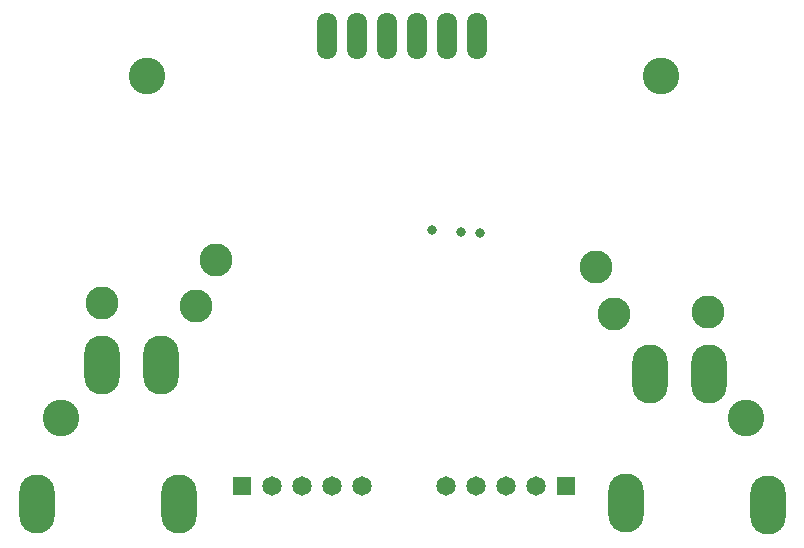
<source format=gbr>
%TF.GenerationSoftware,KiCad,Pcbnew,(5.1.10)-1*%
%TF.CreationDate,2021-11-03T13:15:42+05:30*%
%TF.ProjectId,Modbus_IO_Board,4d6f6462-7573-45f4-994f-5f426f617264,rev?*%
%TF.SameCoordinates,Original*%
%TF.FileFunction,Soldermask,Bot*%
%TF.FilePolarity,Negative*%
%FSLAX46Y46*%
G04 Gerber Fmt 4.6, Leading zero omitted, Abs format (unit mm)*
G04 Created by KiCad (PCBNEW (5.1.10)-1) date 2021-11-03 13:15:42*
%MOMM*%
%LPD*%
G01*
G04 APERTURE LIST*
%ADD10O,3.000000X5.000000*%
%ADD11C,2.800000*%
%ADD12C,0.800000*%
%ADD13C,3.100000*%
%ADD14R,1.650000X1.650000*%
%ADD15C,1.650000*%
%ADD16O,1.700000X4.000000*%
G04 APERTURE END LIST*
D10*
%TO.C,12V*%
X216590000Y-110980000D03*
%TD*%
%TO.C,12V*%
X175220000Y-110250000D03*
%TD*%
%TO.C,GND*%
X170220000Y-110240000D03*
%TD*%
%TO.C,GND*%
X221590000Y-110980000D03*
%TD*%
D11*
%TO.C,B*%
X179900000Y-101400000D03*
%TD*%
%TO.C,A*%
X178220000Y-105250000D03*
%TD*%
D10*
%TO.C,Z1*%
X226590000Y-122140000D03*
%TD*%
%TO.C,Z2*%
X214580000Y-121970000D03*
%TD*%
D11*
%TO.C,A*%
X213590000Y-105940000D03*
%TD*%
%TO.C,B*%
X212090000Y-101940000D03*
%TD*%
D12*
%TO.C,TP1*%
X200610000Y-99020000D03*
%TD*%
%TO.C,TP2*%
X202249200Y-99040000D03*
%TD*%
%TO.C,TP3*%
X198200000Y-98820000D03*
%TD*%
D13*
%TO.C,H1*%
X174010000Y-85760000D03*
%TD*%
%TO.C,H4*%
X224770000Y-114780000D03*
%TD*%
%TO.C,H3*%
X166760000Y-114780000D03*
%TD*%
%TO.C,H2*%
X217520000Y-85760000D03*
%TD*%
D11*
%TO.C,GND*%
X221550000Y-105770000D03*
%TD*%
%TO.C,GND*%
X170200000Y-105010000D03*
%TD*%
D14*
%TO.C,J3*%
X209490000Y-120500000D03*
D15*
X206950000Y-120500000D03*
X204410000Y-120500000D03*
X201870000Y-120500000D03*
X199330000Y-120500000D03*
%TD*%
D14*
%TO.C,J2*%
X182040000Y-120490000D03*
D15*
X184580000Y-120490000D03*
X187120000Y-120490000D03*
X189660000Y-120490000D03*
X192200000Y-120490000D03*
%TD*%
D10*
%TO.C,Z1*%
X176710000Y-122010000D03*
%TD*%
%TO.C,Z2*%
X164710000Y-122010000D03*
%TD*%
D16*
%TO.C,J1*%
X201980000Y-82430000D03*
X199440000Y-82430000D03*
X196900000Y-82430000D03*
X194360000Y-82430000D03*
X191820000Y-82430000D03*
X189280000Y-82430000D03*
%TD*%
M02*

</source>
